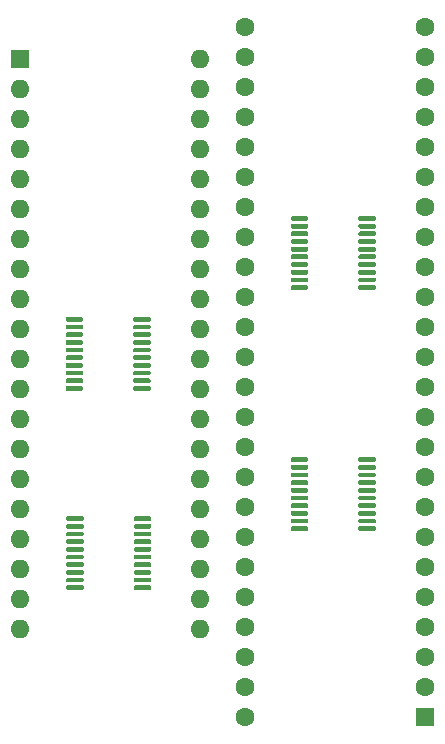
<source format=gts>
G04 #@! TF.GenerationSoftware,KiCad,Pcbnew,(5.1.8)-1*
G04 #@! TF.CreationDate,2022-03-12T16:36:43-08:00*
G04 #@! TF.ProjectId,MCLZ8_PCB,4d434c5a-385f-4504-9342-2e6b69636164,rev?*
G04 #@! TF.SameCoordinates,Original*
G04 #@! TF.FileFunction,Soldermask,Top*
G04 #@! TF.FilePolarity,Negative*
%FSLAX46Y46*%
G04 Gerber Fmt 4.6, Leading zero omitted, Abs format (unit mm)*
G04 Created by KiCad (PCBNEW (5.1.8)-1) date 2022-03-12 16:36:43*
%MOMM*%
%LPD*%
G01*
G04 APERTURE LIST*
%ADD10O,1.600000X1.600000*%
%ADD11R,1.600000X1.600000*%
%ADD12C,1.600000*%
G04 APERTURE END LIST*
D10*
X174452280Y-57929780D03*
X159212280Y-106189780D03*
X174452280Y-60469780D03*
X159212280Y-103649780D03*
X174452280Y-63009780D03*
X159212280Y-101109780D03*
X174452280Y-65549780D03*
X159212280Y-98569780D03*
X174452280Y-68089780D03*
X159212280Y-96029780D03*
X174452280Y-70629780D03*
X159212280Y-93489780D03*
X174452280Y-73169780D03*
X159212280Y-90949780D03*
X174452280Y-75709780D03*
X159212280Y-88409780D03*
X174452280Y-78249780D03*
X159212280Y-85869780D03*
X174452280Y-80789780D03*
X159212280Y-83329780D03*
X174452280Y-83329780D03*
X159212280Y-80789780D03*
X174452280Y-85869780D03*
X159212280Y-78249780D03*
X174452280Y-88409780D03*
X159212280Y-75709780D03*
X174452280Y-90949780D03*
X159212280Y-73169780D03*
X174452280Y-93489780D03*
X159212280Y-70629780D03*
X174452280Y-96029780D03*
X159212280Y-68089780D03*
X174452280Y-98569780D03*
X159212280Y-65549780D03*
X174452280Y-101109780D03*
X159212280Y-63009780D03*
X174452280Y-103649780D03*
X159212280Y-60469780D03*
X174452280Y-106189780D03*
D11*
X159212280Y-57929780D03*
G36*
G01*
X183604880Y-77201280D02*
X183604880Y-77401280D01*
G75*
G02*
X183504880Y-77501280I-100000J0D01*
G01*
X182229880Y-77501280D01*
G75*
G02*
X182129880Y-77401280I0J100000D01*
G01*
X182129880Y-77201280D01*
G75*
G02*
X182229880Y-77101280I100000J0D01*
G01*
X183504880Y-77101280D01*
G75*
G02*
X183604880Y-77201280I0J-100000D01*
G01*
G37*
G36*
G01*
X183604880Y-76551280D02*
X183604880Y-76751280D01*
G75*
G02*
X183504880Y-76851280I-100000J0D01*
G01*
X182229880Y-76851280D01*
G75*
G02*
X182129880Y-76751280I0J100000D01*
G01*
X182129880Y-76551280D01*
G75*
G02*
X182229880Y-76451280I100000J0D01*
G01*
X183504880Y-76451280D01*
G75*
G02*
X183604880Y-76551280I0J-100000D01*
G01*
G37*
G36*
G01*
X183604880Y-75901280D02*
X183604880Y-76101280D01*
G75*
G02*
X183504880Y-76201280I-100000J0D01*
G01*
X182229880Y-76201280D01*
G75*
G02*
X182129880Y-76101280I0J100000D01*
G01*
X182129880Y-75901280D01*
G75*
G02*
X182229880Y-75801280I100000J0D01*
G01*
X183504880Y-75801280D01*
G75*
G02*
X183604880Y-75901280I0J-100000D01*
G01*
G37*
G36*
G01*
X183604880Y-75251280D02*
X183604880Y-75451280D01*
G75*
G02*
X183504880Y-75551280I-100000J0D01*
G01*
X182229880Y-75551280D01*
G75*
G02*
X182129880Y-75451280I0J100000D01*
G01*
X182129880Y-75251280D01*
G75*
G02*
X182229880Y-75151280I100000J0D01*
G01*
X183504880Y-75151280D01*
G75*
G02*
X183604880Y-75251280I0J-100000D01*
G01*
G37*
G36*
G01*
X183604880Y-74601280D02*
X183604880Y-74801280D01*
G75*
G02*
X183504880Y-74901280I-100000J0D01*
G01*
X182229880Y-74901280D01*
G75*
G02*
X182129880Y-74801280I0J100000D01*
G01*
X182129880Y-74601280D01*
G75*
G02*
X182229880Y-74501280I100000J0D01*
G01*
X183504880Y-74501280D01*
G75*
G02*
X183604880Y-74601280I0J-100000D01*
G01*
G37*
G36*
G01*
X183604880Y-73951280D02*
X183604880Y-74151280D01*
G75*
G02*
X183504880Y-74251280I-100000J0D01*
G01*
X182229880Y-74251280D01*
G75*
G02*
X182129880Y-74151280I0J100000D01*
G01*
X182129880Y-73951280D01*
G75*
G02*
X182229880Y-73851280I100000J0D01*
G01*
X183504880Y-73851280D01*
G75*
G02*
X183604880Y-73951280I0J-100000D01*
G01*
G37*
G36*
G01*
X183604880Y-73301280D02*
X183604880Y-73501280D01*
G75*
G02*
X183504880Y-73601280I-100000J0D01*
G01*
X182229880Y-73601280D01*
G75*
G02*
X182129880Y-73501280I0J100000D01*
G01*
X182129880Y-73301280D01*
G75*
G02*
X182229880Y-73201280I100000J0D01*
G01*
X183504880Y-73201280D01*
G75*
G02*
X183604880Y-73301280I0J-100000D01*
G01*
G37*
G36*
G01*
X183604880Y-72651280D02*
X183604880Y-72851280D01*
G75*
G02*
X183504880Y-72951280I-100000J0D01*
G01*
X182229880Y-72951280D01*
G75*
G02*
X182129880Y-72851280I0J100000D01*
G01*
X182129880Y-72651280D01*
G75*
G02*
X182229880Y-72551280I100000J0D01*
G01*
X183504880Y-72551280D01*
G75*
G02*
X183604880Y-72651280I0J-100000D01*
G01*
G37*
G36*
G01*
X183604880Y-72001280D02*
X183604880Y-72201280D01*
G75*
G02*
X183504880Y-72301280I-100000J0D01*
G01*
X182229880Y-72301280D01*
G75*
G02*
X182129880Y-72201280I0J100000D01*
G01*
X182129880Y-72001280D01*
G75*
G02*
X182229880Y-71901280I100000J0D01*
G01*
X183504880Y-71901280D01*
G75*
G02*
X183604880Y-72001280I0J-100000D01*
G01*
G37*
G36*
G01*
X183604880Y-71351280D02*
X183604880Y-71551280D01*
G75*
G02*
X183504880Y-71651280I-100000J0D01*
G01*
X182229880Y-71651280D01*
G75*
G02*
X182129880Y-71551280I0J100000D01*
G01*
X182129880Y-71351280D01*
G75*
G02*
X182229880Y-71251280I100000J0D01*
G01*
X183504880Y-71251280D01*
G75*
G02*
X183604880Y-71351280I0J-100000D01*
G01*
G37*
G36*
G01*
X189329880Y-71351280D02*
X189329880Y-71551280D01*
G75*
G02*
X189229880Y-71651280I-100000J0D01*
G01*
X187954880Y-71651280D01*
G75*
G02*
X187854880Y-71551280I0J100000D01*
G01*
X187854880Y-71351280D01*
G75*
G02*
X187954880Y-71251280I100000J0D01*
G01*
X189229880Y-71251280D01*
G75*
G02*
X189329880Y-71351280I0J-100000D01*
G01*
G37*
G36*
G01*
X189329880Y-72001280D02*
X189329880Y-72201280D01*
G75*
G02*
X189229880Y-72301280I-100000J0D01*
G01*
X187954880Y-72301280D01*
G75*
G02*
X187854880Y-72201280I0J100000D01*
G01*
X187854880Y-72001280D01*
G75*
G02*
X187954880Y-71901280I100000J0D01*
G01*
X189229880Y-71901280D01*
G75*
G02*
X189329880Y-72001280I0J-100000D01*
G01*
G37*
G36*
G01*
X189329880Y-72651280D02*
X189329880Y-72851280D01*
G75*
G02*
X189229880Y-72951280I-100000J0D01*
G01*
X187954880Y-72951280D01*
G75*
G02*
X187854880Y-72851280I0J100000D01*
G01*
X187854880Y-72651280D01*
G75*
G02*
X187954880Y-72551280I100000J0D01*
G01*
X189229880Y-72551280D01*
G75*
G02*
X189329880Y-72651280I0J-100000D01*
G01*
G37*
G36*
G01*
X189329880Y-73301280D02*
X189329880Y-73501280D01*
G75*
G02*
X189229880Y-73601280I-100000J0D01*
G01*
X187954880Y-73601280D01*
G75*
G02*
X187854880Y-73501280I0J100000D01*
G01*
X187854880Y-73301280D01*
G75*
G02*
X187954880Y-73201280I100000J0D01*
G01*
X189229880Y-73201280D01*
G75*
G02*
X189329880Y-73301280I0J-100000D01*
G01*
G37*
G36*
G01*
X189329880Y-73951280D02*
X189329880Y-74151280D01*
G75*
G02*
X189229880Y-74251280I-100000J0D01*
G01*
X187954880Y-74251280D01*
G75*
G02*
X187854880Y-74151280I0J100000D01*
G01*
X187854880Y-73951280D01*
G75*
G02*
X187954880Y-73851280I100000J0D01*
G01*
X189229880Y-73851280D01*
G75*
G02*
X189329880Y-73951280I0J-100000D01*
G01*
G37*
G36*
G01*
X189329880Y-74601280D02*
X189329880Y-74801280D01*
G75*
G02*
X189229880Y-74901280I-100000J0D01*
G01*
X187954880Y-74901280D01*
G75*
G02*
X187854880Y-74801280I0J100000D01*
G01*
X187854880Y-74601280D01*
G75*
G02*
X187954880Y-74501280I100000J0D01*
G01*
X189229880Y-74501280D01*
G75*
G02*
X189329880Y-74601280I0J-100000D01*
G01*
G37*
G36*
G01*
X189329880Y-75251280D02*
X189329880Y-75451280D01*
G75*
G02*
X189229880Y-75551280I-100000J0D01*
G01*
X187954880Y-75551280D01*
G75*
G02*
X187854880Y-75451280I0J100000D01*
G01*
X187854880Y-75251280D01*
G75*
G02*
X187954880Y-75151280I100000J0D01*
G01*
X189229880Y-75151280D01*
G75*
G02*
X189329880Y-75251280I0J-100000D01*
G01*
G37*
G36*
G01*
X189329880Y-75901280D02*
X189329880Y-76101280D01*
G75*
G02*
X189229880Y-76201280I-100000J0D01*
G01*
X187954880Y-76201280D01*
G75*
G02*
X187854880Y-76101280I0J100000D01*
G01*
X187854880Y-75901280D01*
G75*
G02*
X187954880Y-75801280I100000J0D01*
G01*
X189229880Y-75801280D01*
G75*
G02*
X189329880Y-75901280I0J-100000D01*
G01*
G37*
G36*
G01*
X189329880Y-76551280D02*
X189329880Y-76751280D01*
G75*
G02*
X189229880Y-76851280I-100000J0D01*
G01*
X187954880Y-76851280D01*
G75*
G02*
X187854880Y-76751280I0J100000D01*
G01*
X187854880Y-76551280D01*
G75*
G02*
X187954880Y-76451280I100000J0D01*
G01*
X189229880Y-76451280D01*
G75*
G02*
X189329880Y-76551280I0J-100000D01*
G01*
G37*
G36*
G01*
X189329880Y-77201280D02*
X189329880Y-77401280D01*
G75*
G02*
X189229880Y-77501280I-100000J0D01*
G01*
X187954880Y-77501280D01*
G75*
G02*
X187854880Y-77401280I0J100000D01*
G01*
X187854880Y-77201280D01*
G75*
G02*
X187954880Y-77101280I100000J0D01*
G01*
X189229880Y-77101280D01*
G75*
G02*
X189329880Y-77201280I0J-100000D01*
G01*
G37*
G36*
G01*
X183604880Y-97620340D02*
X183604880Y-97820340D01*
G75*
G02*
X183504880Y-97920340I-100000J0D01*
G01*
X182229880Y-97920340D01*
G75*
G02*
X182129880Y-97820340I0J100000D01*
G01*
X182129880Y-97620340D01*
G75*
G02*
X182229880Y-97520340I100000J0D01*
G01*
X183504880Y-97520340D01*
G75*
G02*
X183604880Y-97620340I0J-100000D01*
G01*
G37*
G36*
G01*
X183604880Y-96970340D02*
X183604880Y-97170340D01*
G75*
G02*
X183504880Y-97270340I-100000J0D01*
G01*
X182229880Y-97270340D01*
G75*
G02*
X182129880Y-97170340I0J100000D01*
G01*
X182129880Y-96970340D01*
G75*
G02*
X182229880Y-96870340I100000J0D01*
G01*
X183504880Y-96870340D01*
G75*
G02*
X183604880Y-96970340I0J-100000D01*
G01*
G37*
G36*
G01*
X183604880Y-96320340D02*
X183604880Y-96520340D01*
G75*
G02*
X183504880Y-96620340I-100000J0D01*
G01*
X182229880Y-96620340D01*
G75*
G02*
X182129880Y-96520340I0J100000D01*
G01*
X182129880Y-96320340D01*
G75*
G02*
X182229880Y-96220340I100000J0D01*
G01*
X183504880Y-96220340D01*
G75*
G02*
X183604880Y-96320340I0J-100000D01*
G01*
G37*
G36*
G01*
X183604880Y-95670340D02*
X183604880Y-95870340D01*
G75*
G02*
X183504880Y-95970340I-100000J0D01*
G01*
X182229880Y-95970340D01*
G75*
G02*
X182129880Y-95870340I0J100000D01*
G01*
X182129880Y-95670340D01*
G75*
G02*
X182229880Y-95570340I100000J0D01*
G01*
X183504880Y-95570340D01*
G75*
G02*
X183604880Y-95670340I0J-100000D01*
G01*
G37*
G36*
G01*
X183604880Y-95020340D02*
X183604880Y-95220340D01*
G75*
G02*
X183504880Y-95320340I-100000J0D01*
G01*
X182229880Y-95320340D01*
G75*
G02*
X182129880Y-95220340I0J100000D01*
G01*
X182129880Y-95020340D01*
G75*
G02*
X182229880Y-94920340I100000J0D01*
G01*
X183504880Y-94920340D01*
G75*
G02*
X183604880Y-95020340I0J-100000D01*
G01*
G37*
G36*
G01*
X183604880Y-94370340D02*
X183604880Y-94570340D01*
G75*
G02*
X183504880Y-94670340I-100000J0D01*
G01*
X182229880Y-94670340D01*
G75*
G02*
X182129880Y-94570340I0J100000D01*
G01*
X182129880Y-94370340D01*
G75*
G02*
X182229880Y-94270340I100000J0D01*
G01*
X183504880Y-94270340D01*
G75*
G02*
X183604880Y-94370340I0J-100000D01*
G01*
G37*
G36*
G01*
X183604880Y-93720340D02*
X183604880Y-93920340D01*
G75*
G02*
X183504880Y-94020340I-100000J0D01*
G01*
X182229880Y-94020340D01*
G75*
G02*
X182129880Y-93920340I0J100000D01*
G01*
X182129880Y-93720340D01*
G75*
G02*
X182229880Y-93620340I100000J0D01*
G01*
X183504880Y-93620340D01*
G75*
G02*
X183604880Y-93720340I0J-100000D01*
G01*
G37*
G36*
G01*
X183604880Y-93070340D02*
X183604880Y-93270340D01*
G75*
G02*
X183504880Y-93370340I-100000J0D01*
G01*
X182229880Y-93370340D01*
G75*
G02*
X182129880Y-93270340I0J100000D01*
G01*
X182129880Y-93070340D01*
G75*
G02*
X182229880Y-92970340I100000J0D01*
G01*
X183504880Y-92970340D01*
G75*
G02*
X183604880Y-93070340I0J-100000D01*
G01*
G37*
G36*
G01*
X183604880Y-92420340D02*
X183604880Y-92620340D01*
G75*
G02*
X183504880Y-92720340I-100000J0D01*
G01*
X182229880Y-92720340D01*
G75*
G02*
X182129880Y-92620340I0J100000D01*
G01*
X182129880Y-92420340D01*
G75*
G02*
X182229880Y-92320340I100000J0D01*
G01*
X183504880Y-92320340D01*
G75*
G02*
X183604880Y-92420340I0J-100000D01*
G01*
G37*
G36*
G01*
X183604880Y-91770340D02*
X183604880Y-91970340D01*
G75*
G02*
X183504880Y-92070340I-100000J0D01*
G01*
X182229880Y-92070340D01*
G75*
G02*
X182129880Y-91970340I0J100000D01*
G01*
X182129880Y-91770340D01*
G75*
G02*
X182229880Y-91670340I100000J0D01*
G01*
X183504880Y-91670340D01*
G75*
G02*
X183604880Y-91770340I0J-100000D01*
G01*
G37*
G36*
G01*
X189329880Y-91770340D02*
X189329880Y-91970340D01*
G75*
G02*
X189229880Y-92070340I-100000J0D01*
G01*
X187954880Y-92070340D01*
G75*
G02*
X187854880Y-91970340I0J100000D01*
G01*
X187854880Y-91770340D01*
G75*
G02*
X187954880Y-91670340I100000J0D01*
G01*
X189229880Y-91670340D01*
G75*
G02*
X189329880Y-91770340I0J-100000D01*
G01*
G37*
G36*
G01*
X189329880Y-92420340D02*
X189329880Y-92620340D01*
G75*
G02*
X189229880Y-92720340I-100000J0D01*
G01*
X187954880Y-92720340D01*
G75*
G02*
X187854880Y-92620340I0J100000D01*
G01*
X187854880Y-92420340D01*
G75*
G02*
X187954880Y-92320340I100000J0D01*
G01*
X189229880Y-92320340D01*
G75*
G02*
X189329880Y-92420340I0J-100000D01*
G01*
G37*
G36*
G01*
X189329880Y-93070340D02*
X189329880Y-93270340D01*
G75*
G02*
X189229880Y-93370340I-100000J0D01*
G01*
X187954880Y-93370340D01*
G75*
G02*
X187854880Y-93270340I0J100000D01*
G01*
X187854880Y-93070340D01*
G75*
G02*
X187954880Y-92970340I100000J0D01*
G01*
X189229880Y-92970340D01*
G75*
G02*
X189329880Y-93070340I0J-100000D01*
G01*
G37*
G36*
G01*
X189329880Y-93720340D02*
X189329880Y-93920340D01*
G75*
G02*
X189229880Y-94020340I-100000J0D01*
G01*
X187954880Y-94020340D01*
G75*
G02*
X187854880Y-93920340I0J100000D01*
G01*
X187854880Y-93720340D01*
G75*
G02*
X187954880Y-93620340I100000J0D01*
G01*
X189229880Y-93620340D01*
G75*
G02*
X189329880Y-93720340I0J-100000D01*
G01*
G37*
G36*
G01*
X189329880Y-94370340D02*
X189329880Y-94570340D01*
G75*
G02*
X189229880Y-94670340I-100000J0D01*
G01*
X187954880Y-94670340D01*
G75*
G02*
X187854880Y-94570340I0J100000D01*
G01*
X187854880Y-94370340D01*
G75*
G02*
X187954880Y-94270340I100000J0D01*
G01*
X189229880Y-94270340D01*
G75*
G02*
X189329880Y-94370340I0J-100000D01*
G01*
G37*
G36*
G01*
X189329880Y-95020340D02*
X189329880Y-95220340D01*
G75*
G02*
X189229880Y-95320340I-100000J0D01*
G01*
X187954880Y-95320340D01*
G75*
G02*
X187854880Y-95220340I0J100000D01*
G01*
X187854880Y-95020340D01*
G75*
G02*
X187954880Y-94920340I100000J0D01*
G01*
X189229880Y-94920340D01*
G75*
G02*
X189329880Y-95020340I0J-100000D01*
G01*
G37*
G36*
G01*
X189329880Y-95670340D02*
X189329880Y-95870340D01*
G75*
G02*
X189229880Y-95970340I-100000J0D01*
G01*
X187954880Y-95970340D01*
G75*
G02*
X187854880Y-95870340I0J100000D01*
G01*
X187854880Y-95670340D01*
G75*
G02*
X187954880Y-95570340I100000J0D01*
G01*
X189229880Y-95570340D01*
G75*
G02*
X189329880Y-95670340I0J-100000D01*
G01*
G37*
G36*
G01*
X189329880Y-96320340D02*
X189329880Y-96520340D01*
G75*
G02*
X189229880Y-96620340I-100000J0D01*
G01*
X187954880Y-96620340D01*
G75*
G02*
X187854880Y-96520340I0J100000D01*
G01*
X187854880Y-96320340D01*
G75*
G02*
X187954880Y-96220340I100000J0D01*
G01*
X189229880Y-96220340D01*
G75*
G02*
X189329880Y-96320340I0J-100000D01*
G01*
G37*
G36*
G01*
X189329880Y-96970340D02*
X189329880Y-97170340D01*
G75*
G02*
X189229880Y-97270340I-100000J0D01*
G01*
X187954880Y-97270340D01*
G75*
G02*
X187854880Y-97170340I0J100000D01*
G01*
X187854880Y-96970340D01*
G75*
G02*
X187954880Y-96870340I100000J0D01*
G01*
X189229880Y-96870340D01*
G75*
G02*
X189329880Y-96970340I0J-100000D01*
G01*
G37*
G36*
G01*
X189329880Y-97620340D02*
X189329880Y-97820340D01*
G75*
G02*
X189229880Y-97920340I-100000J0D01*
G01*
X187954880Y-97920340D01*
G75*
G02*
X187854880Y-97820340I0J100000D01*
G01*
X187854880Y-97620340D01*
G75*
G02*
X187954880Y-97520340I100000J0D01*
G01*
X189229880Y-97520340D01*
G75*
G02*
X189329880Y-97620340I0J-100000D01*
G01*
G37*
G36*
G01*
X168845520Y-96971600D02*
X168845520Y-96771600D01*
G75*
G02*
X168945520Y-96671600I100000J0D01*
G01*
X170220520Y-96671600D01*
G75*
G02*
X170320520Y-96771600I0J-100000D01*
G01*
X170320520Y-96971600D01*
G75*
G02*
X170220520Y-97071600I-100000J0D01*
G01*
X168945520Y-97071600D01*
G75*
G02*
X168845520Y-96971600I0J100000D01*
G01*
G37*
G36*
G01*
X168845520Y-97621600D02*
X168845520Y-97421600D01*
G75*
G02*
X168945520Y-97321600I100000J0D01*
G01*
X170220520Y-97321600D01*
G75*
G02*
X170320520Y-97421600I0J-100000D01*
G01*
X170320520Y-97621600D01*
G75*
G02*
X170220520Y-97721600I-100000J0D01*
G01*
X168945520Y-97721600D01*
G75*
G02*
X168845520Y-97621600I0J100000D01*
G01*
G37*
G36*
G01*
X168845520Y-98271600D02*
X168845520Y-98071600D01*
G75*
G02*
X168945520Y-97971600I100000J0D01*
G01*
X170220520Y-97971600D01*
G75*
G02*
X170320520Y-98071600I0J-100000D01*
G01*
X170320520Y-98271600D01*
G75*
G02*
X170220520Y-98371600I-100000J0D01*
G01*
X168945520Y-98371600D01*
G75*
G02*
X168845520Y-98271600I0J100000D01*
G01*
G37*
G36*
G01*
X168845520Y-98921600D02*
X168845520Y-98721600D01*
G75*
G02*
X168945520Y-98621600I100000J0D01*
G01*
X170220520Y-98621600D01*
G75*
G02*
X170320520Y-98721600I0J-100000D01*
G01*
X170320520Y-98921600D01*
G75*
G02*
X170220520Y-99021600I-100000J0D01*
G01*
X168945520Y-99021600D01*
G75*
G02*
X168845520Y-98921600I0J100000D01*
G01*
G37*
G36*
G01*
X168845520Y-99571600D02*
X168845520Y-99371600D01*
G75*
G02*
X168945520Y-99271600I100000J0D01*
G01*
X170220520Y-99271600D01*
G75*
G02*
X170320520Y-99371600I0J-100000D01*
G01*
X170320520Y-99571600D01*
G75*
G02*
X170220520Y-99671600I-100000J0D01*
G01*
X168945520Y-99671600D01*
G75*
G02*
X168845520Y-99571600I0J100000D01*
G01*
G37*
G36*
G01*
X168845520Y-100221600D02*
X168845520Y-100021600D01*
G75*
G02*
X168945520Y-99921600I100000J0D01*
G01*
X170220520Y-99921600D01*
G75*
G02*
X170320520Y-100021600I0J-100000D01*
G01*
X170320520Y-100221600D01*
G75*
G02*
X170220520Y-100321600I-100000J0D01*
G01*
X168945520Y-100321600D01*
G75*
G02*
X168845520Y-100221600I0J100000D01*
G01*
G37*
G36*
G01*
X168845520Y-100871600D02*
X168845520Y-100671600D01*
G75*
G02*
X168945520Y-100571600I100000J0D01*
G01*
X170220520Y-100571600D01*
G75*
G02*
X170320520Y-100671600I0J-100000D01*
G01*
X170320520Y-100871600D01*
G75*
G02*
X170220520Y-100971600I-100000J0D01*
G01*
X168945520Y-100971600D01*
G75*
G02*
X168845520Y-100871600I0J100000D01*
G01*
G37*
G36*
G01*
X168845520Y-101521600D02*
X168845520Y-101321600D01*
G75*
G02*
X168945520Y-101221600I100000J0D01*
G01*
X170220520Y-101221600D01*
G75*
G02*
X170320520Y-101321600I0J-100000D01*
G01*
X170320520Y-101521600D01*
G75*
G02*
X170220520Y-101621600I-100000J0D01*
G01*
X168945520Y-101621600D01*
G75*
G02*
X168845520Y-101521600I0J100000D01*
G01*
G37*
G36*
G01*
X168845520Y-102171600D02*
X168845520Y-101971600D01*
G75*
G02*
X168945520Y-101871600I100000J0D01*
G01*
X170220520Y-101871600D01*
G75*
G02*
X170320520Y-101971600I0J-100000D01*
G01*
X170320520Y-102171600D01*
G75*
G02*
X170220520Y-102271600I-100000J0D01*
G01*
X168945520Y-102271600D01*
G75*
G02*
X168845520Y-102171600I0J100000D01*
G01*
G37*
G36*
G01*
X168845520Y-102821600D02*
X168845520Y-102621600D01*
G75*
G02*
X168945520Y-102521600I100000J0D01*
G01*
X170220520Y-102521600D01*
G75*
G02*
X170320520Y-102621600I0J-100000D01*
G01*
X170320520Y-102821600D01*
G75*
G02*
X170220520Y-102921600I-100000J0D01*
G01*
X168945520Y-102921600D01*
G75*
G02*
X168845520Y-102821600I0J100000D01*
G01*
G37*
G36*
G01*
X163120520Y-102821600D02*
X163120520Y-102621600D01*
G75*
G02*
X163220520Y-102521600I100000J0D01*
G01*
X164495520Y-102521600D01*
G75*
G02*
X164595520Y-102621600I0J-100000D01*
G01*
X164595520Y-102821600D01*
G75*
G02*
X164495520Y-102921600I-100000J0D01*
G01*
X163220520Y-102921600D01*
G75*
G02*
X163120520Y-102821600I0J100000D01*
G01*
G37*
G36*
G01*
X163120520Y-102171600D02*
X163120520Y-101971600D01*
G75*
G02*
X163220520Y-101871600I100000J0D01*
G01*
X164495520Y-101871600D01*
G75*
G02*
X164595520Y-101971600I0J-100000D01*
G01*
X164595520Y-102171600D01*
G75*
G02*
X164495520Y-102271600I-100000J0D01*
G01*
X163220520Y-102271600D01*
G75*
G02*
X163120520Y-102171600I0J100000D01*
G01*
G37*
G36*
G01*
X163120520Y-101521600D02*
X163120520Y-101321600D01*
G75*
G02*
X163220520Y-101221600I100000J0D01*
G01*
X164495520Y-101221600D01*
G75*
G02*
X164595520Y-101321600I0J-100000D01*
G01*
X164595520Y-101521600D01*
G75*
G02*
X164495520Y-101621600I-100000J0D01*
G01*
X163220520Y-101621600D01*
G75*
G02*
X163120520Y-101521600I0J100000D01*
G01*
G37*
G36*
G01*
X163120520Y-100871600D02*
X163120520Y-100671600D01*
G75*
G02*
X163220520Y-100571600I100000J0D01*
G01*
X164495520Y-100571600D01*
G75*
G02*
X164595520Y-100671600I0J-100000D01*
G01*
X164595520Y-100871600D01*
G75*
G02*
X164495520Y-100971600I-100000J0D01*
G01*
X163220520Y-100971600D01*
G75*
G02*
X163120520Y-100871600I0J100000D01*
G01*
G37*
G36*
G01*
X163120520Y-100221600D02*
X163120520Y-100021600D01*
G75*
G02*
X163220520Y-99921600I100000J0D01*
G01*
X164495520Y-99921600D01*
G75*
G02*
X164595520Y-100021600I0J-100000D01*
G01*
X164595520Y-100221600D01*
G75*
G02*
X164495520Y-100321600I-100000J0D01*
G01*
X163220520Y-100321600D01*
G75*
G02*
X163120520Y-100221600I0J100000D01*
G01*
G37*
G36*
G01*
X163120520Y-99571600D02*
X163120520Y-99371600D01*
G75*
G02*
X163220520Y-99271600I100000J0D01*
G01*
X164495520Y-99271600D01*
G75*
G02*
X164595520Y-99371600I0J-100000D01*
G01*
X164595520Y-99571600D01*
G75*
G02*
X164495520Y-99671600I-100000J0D01*
G01*
X163220520Y-99671600D01*
G75*
G02*
X163120520Y-99571600I0J100000D01*
G01*
G37*
G36*
G01*
X163120520Y-98921600D02*
X163120520Y-98721600D01*
G75*
G02*
X163220520Y-98621600I100000J0D01*
G01*
X164495520Y-98621600D01*
G75*
G02*
X164595520Y-98721600I0J-100000D01*
G01*
X164595520Y-98921600D01*
G75*
G02*
X164495520Y-99021600I-100000J0D01*
G01*
X163220520Y-99021600D01*
G75*
G02*
X163120520Y-98921600I0J100000D01*
G01*
G37*
G36*
G01*
X163120520Y-98271600D02*
X163120520Y-98071600D01*
G75*
G02*
X163220520Y-97971600I100000J0D01*
G01*
X164495520Y-97971600D01*
G75*
G02*
X164595520Y-98071600I0J-100000D01*
G01*
X164595520Y-98271600D01*
G75*
G02*
X164495520Y-98371600I-100000J0D01*
G01*
X163220520Y-98371600D01*
G75*
G02*
X163120520Y-98271600I0J100000D01*
G01*
G37*
G36*
G01*
X163120520Y-97621600D02*
X163120520Y-97421600D01*
G75*
G02*
X163220520Y-97321600I100000J0D01*
G01*
X164495520Y-97321600D01*
G75*
G02*
X164595520Y-97421600I0J-100000D01*
G01*
X164595520Y-97621600D01*
G75*
G02*
X164495520Y-97721600I-100000J0D01*
G01*
X163220520Y-97721600D01*
G75*
G02*
X163120520Y-97621600I0J100000D01*
G01*
G37*
G36*
G01*
X163120520Y-96971600D02*
X163120520Y-96771600D01*
G75*
G02*
X163220520Y-96671600I100000J0D01*
G01*
X164495520Y-96671600D01*
G75*
G02*
X164595520Y-96771600I0J-100000D01*
G01*
X164595520Y-96971600D01*
G75*
G02*
X164495520Y-97071600I-100000J0D01*
G01*
X163220520Y-97071600D01*
G75*
G02*
X163120520Y-96971600I0J100000D01*
G01*
G37*
G36*
G01*
X168792180Y-80095840D02*
X168792180Y-79895840D01*
G75*
G02*
X168892180Y-79795840I100000J0D01*
G01*
X170167180Y-79795840D01*
G75*
G02*
X170267180Y-79895840I0J-100000D01*
G01*
X170267180Y-80095840D01*
G75*
G02*
X170167180Y-80195840I-100000J0D01*
G01*
X168892180Y-80195840D01*
G75*
G02*
X168792180Y-80095840I0J100000D01*
G01*
G37*
G36*
G01*
X168792180Y-80745840D02*
X168792180Y-80545840D01*
G75*
G02*
X168892180Y-80445840I100000J0D01*
G01*
X170167180Y-80445840D01*
G75*
G02*
X170267180Y-80545840I0J-100000D01*
G01*
X170267180Y-80745840D01*
G75*
G02*
X170167180Y-80845840I-100000J0D01*
G01*
X168892180Y-80845840D01*
G75*
G02*
X168792180Y-80745840I0J100000D01*
G01*
G37*
G36*
G01*
X168792180Y-81395840D02*
X168792180Y-81195840D01*
G75*
G02*
X168892180Y-81095840I100000J0D01*
G01*
X170167180Y-81095840D01*
G75*
G02*
X170267180Y-81195840I0J-100000D01*
G01*
X170267180Y-81395840D01*
G75*
G02*
X170167180Y-81495840I-100000J0D01*
G01*
X168892180Y-81495840D01*
G75*
G02*
X168792180Y-81395840I0J100000D01*
G01*
G37*
G36*
G01*
X168792180Y-82045840D02*
X168792180Y-81845840D01*
G75*
G02*
X168892180Y-81745840I100000J0D01*
G01*
X170167180Y-81745840D01*
G75*
G02*
X170267180Y-81845840I0J-100000D01*
G01*
X170267180Y-82045840D01*
G75*
G02*
X170167180Y-82145840I-100000J0D01*
G01*
X168892180Y-82145840D01*
G75*
G02*
X168792180Y-82045840I0J100000D01*
G01*
G37*
G36*
G01*
X168792180Y-82695840D02*
X168792180Y-82495840D01*
G75*
G02*
X168892180Y-82395840I100000J0D01*
G01*
X170167180Y-82395840D01*
G75*
G02*
X170267180Y-82495840I0J-100000D01*
G01*
X170267180Y-82695840D01*
G75*
G02*
X170167180Y-82795840I-100000J0D01*
G01*
X168892180Y-82795840D01*
G75*
G02*
X168792180Y-82695840I0J100000D01*
G01*
G37*
G36*
G01*
X168792180Y-83345840D02*
X168792180Y-83145840D01*
G75*
G02*
X168892180Y-83045840I100000J0D01*
G01*
X170167180Y-83045840D01*
G75*
G02*
X170267180Y-83145840I0J-100000D01*
G01*
X170267180Y-83345840D01*
G75*
G02*
X170167180Y-83445840I-100000J0D01*
G01*
X168892180Y-83445840D01*
G75*
G02*
X168792180Y-83345840I0J100000D01*
G01*
G37*
G36*
G01*
X168792180Y-83995840D02*
X168792180Y-83795840D01*
G75*
G02*
X168892180Y-83695840I100000J0D01*
G01*
X170167180Y-83695840D01*
G75*
G02*
X170267180Y-83795840I0J-100000D01*
G01*
X170267180Y-83995840D01*
G75*
G02*
X170167180Y-84095840I-100000J0D01*
G01*
X168892180Y-84095840D01*
G75*
G02*
X168792180Y-83995840I0J100000D01*
G01*
G37*
G36*
G01*
X168792180Y-84645840D02*
X168792180Y-84445840D01*
G75*
G02*
X168892180Y-84345840I100000J0D01*
G01*
X170167180Y-84345840D01*
G75*
G02*
X170267180Y-84445840I0J-100000D01*
G01*
X170267180Y-84645840D01*
G75*
G02*
X170167180Y-84745840I-100000J0D01*
G01*
X168892180Y-84745840D01*
G75*
G02*
X168792180Y-84645840I0J100000D01*
G01*
G37*
G36*
G01*
X168792180Y-85295840D02*
X168792180Y-85095840D01*
G75*
G02*
X168892180Y-84995840I100000J0D01*
G01*
X170167180Y-84995840D01*
G75*
G02*
X170267180Y-85095840I0J-100000D01*
G01*
X170267180Y-85295840D01*
G75*
G02*
X170167180Y-85395840I-100000J0D01*
G01*
X168892180Y-85395840D01*
G75*
G02*
X168792180Y-85295840I0J100000D01*
G01*
G37*
G36*
G01*
X168792180Y-85945840D02*
X168792180Y-85745840D01*
G75*
G02*
X168892180Y-85645840I100000J0D01*
G01*
X170167180Y-85645840D01*
G75*
G02*
X170267180Y-85745840I0J-100000D01*
G01*
X170267180Y-85945840D01*
G75*
G02*
X170167180Y-86045840I-100000J0D01*
G01*
X168892180Y-86045840D01*
G75*
G02*
X168792180Y-85945840I0J100000D01*
G01*
G37*
G36*
G01*
X163067180Y-85945840D02*
X163067180Y-85745840D01*
G75*
G02*
X163167180Y-85645840I100000J0D01*
G01*
X164442180Y-85645840D01*
G75*
G02*
X164542180Y-85745840I0J-100000D01*
G01*
X164542180Y-85945840D01*
G75*
G02*
X164442180Y-86045840I-100000J0D01*
G01*
X163167180Y-86045840D01*
G75*
G02*
X163067180Y-85945840I0J100000D01*
G01*
G37*
G36*
G01*
X163067180Y-85295840D02*
X163067180Y-85095840D01*
G75*
G02*
X163167180Y-84995840I100000J0D01*
G01*
X164442180Y-84995840D01*
G75*
G02*
X164542180Y-85095840I0J-100000D01*
G01*
X164542180Y-85295840D01*
G75*
G02*
X164442180Y-85395840I-100000J0D01*
G01*
X163167180Y-85395840D01*
G75*
G02*
X163067180Y-85295840I0J100000D01*
G01*
G37*
G36*
G01*
X163067180Y-84645840D02*
X163067180Y-84445840D01*
G75*
G02*
X163167180Y-84345840I100000J0D01*
G01*
X164442180Y-84345840D01*
G75*
G02*
X164542180Y-84445840I0J-100000D01*
G01*
X164542180Y-84645840D01*
G75*
G02*
X164442180Y-84745840I-100000J0D01*
G01*
X163167180Y-84745840D01*
G75*
G02*
X163067180Y-84645840I0J100000D01*
G01*
G37*
G36*
G01*
X163067180Y-83995840D02*
X163067180Y-83795840D01*
G75*
G02*
X163167180Y-83695840I100000J0D01*
G01*
X164442180Y-83695840D01*
G75*
G02*
X164542180Y-83795840I0J-100000D01*
G01*
X164542180Y-83995840D01*
G75*
G02*
X164442180Y-84095840I-100000J0D01*
G01*
X163167180Y-84095840D01*
G75*
G02*
X163067180Y-83995840I0J100000D01*
G01*
G37*
G36*
G01*
X163067180Y-83345840D02*
X163067180Y-83145840D01*
G75*
G02*
X163167180Y-83045840I100000J0D01*
G01*
X164442180Y-83045840D01*
G75*
G02*
X164542180Y-83145840I0J-100000D01*
G01*
X164542180Y-83345840D01*
G75*
G02*
X164442180Y-83445840I-100000J0D01*
G01*
X163167180Y-83445840D01*
G75*
G02*
X163067180Y-83345840I0J100000D01*
G01*
G37*
G36*
G01*
X163067180Y-82695840D02*
X163067180Y-82495840D01*
G75*
G02*
X163167180Y-82395840I100000J0D01*
G01*
X164442180Y-82395840D01*
G75*
G02*
X164542180Y-82495840I0J-100000D01*
G01*
X164542180Y-82695840D01*
G75*
G02*
X164442180Y-82795840I-100000J0D01*
G01*
X163167180Y-82795840D01*
G75*
G02*
X163067180Y-82695840I0J100000D01*
G01*
G37*
G36*
G01*
X163067180Y-82045840D02*
X163067180Y-81845840D01*
G75*
G02*
X163167180Y-81745840I100000J0D01*
G01*
X164442180Y-81745840D01*
G75*
G02*
X164542180Y-81845840I0J-100000D01*
G01*
X164542180Y-82045840D01*
G75*
G02*
X164442180Y-82145840I-100000J0D01*
G01*
X163167180Y-82145840D01*
G75*
G02*
X163067180Y-82045840I0J100000D01*
G01*
G37*
G36*
G01*
X163067180Y-81395840D02*
X163067180Y-81195840D01*
G75*
G02*
X163167180Y-81095840I100000J0D01*
G01*
X164442180Y-81095840D01*
G75*
G02*
X164542180Y-81195840I0J-100000D01*
G01*
X164542180Y-81395840D01*
G75*
G02*
X164442180Y-81495840I-100000J0D01*
G01*
X163167180Y-81495840D01*
G75*
G02*
X163067180Y-81395840I0J100000D01*
G01*
G37*
G36*
G01*
X163067180Y-80745840D02*
X163067180Y-80545840D01*
G75*
G02*
X163167180Y-80445840I100000J0D01*
G01*
X164442180Y-80445840D01*
G75*
G02*
X164542180Y-80545840I0J-100000D01*
G01*
X164542180Y-80745840D01*
G75*
G02*
X164442180Y-80845840I-100000J0D01*
G01*
X163167180Y-80845840D01*
G75*
G02*
X163067180Y-80745840I0J100000D01*
G01*
G37*
G36*
G01*
X163067180Y-80095840D02*
X163067180Y-79895840D01*
G75*
G02*
X163167180Y-79795840I100000J0D01*
G01*
X164442180Y-79795840D01*
G75*
G02*
X164542180Y-79895840I0J-100000D01*
G01*
X164542180Y-80095840D01*
G75*
G02*
X164442180Y-80195840I-100000J0D01*
G01*
X163167180Y-80195840D01*
G75*
G02*
X163067180Y-80095840I0J100000D01*
G01*
G37*
D12*
X178290220Y-113644680D03*
X178290220Y-111104680D03*
X178290220Y-108564680D03*
X178290220Y-106024680D03*
X178290220Y-103484680D03*
X178290220Y-100944680D03*
X178290220Y-98404680D03*
X178290220Y-95864680D03*
X178290220Y-93324680D03*
X178290220Y-90784680D03*
X178290220Y-88244680D03*
X178290220Y-85704680D03*
X178290220Y-83164680D03*
X178290220Y-80624680D03*
D11*
X193530220Y-113644680D03*
D12*
X193530220Y-111104680D03*
X193530220Y-108564680D03*
X193530220Y-106024680D03*
X193530220Y-103484680D03*
X193530220Y-100944680D03*
X193530220Y-98404680D03*
X193530220Y-95864680D03*
X193530220Y-93324680D03*
X193530220Y-90784680D03*
X193530220Y-88244680D03*
X193530220Y-85704680D03*
X193530220Y-83164680D03*
X178290220Y-78084680D03*
X178290220Y-75544680D03*
X178290220Y-73004680D03*
X178290220Y-70464680D03*
X178290220Y-67924680D03*
X178290220Y-65384680D03*
X178290220Y-62844680D03*
X178290220Y-60304680D03*
X178290220Y-57764680D03*
X178290220Y-55224680D03*
X193530220Y-55224680D03*
X193530220Y-57764680D03*
X193530220Y-60304680D03*
X193530220Y-62844680D03*
X193530220Y-80624680D03*
X193530220Y-78084680D03*
X193530220Y-75544680D03*
X193530220Y-65384680D03*
X193530220Y-67924680D03*
X193530220Y-70464680D03*
X193530220Y-73004680D03*
M02*

</source>
